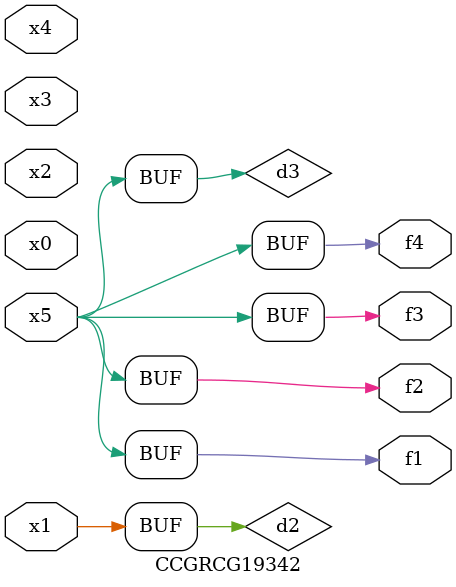
<source format=v>
module CCGRCG19342(
	input x0, x1, x2, x3, x4, x5,
	output f1, f2, f3, f4
);

	wire d1, d2, d3;

	not (d1, x5);
	or (d2, x1);
	xnor (d3, d1);
	assign f1 = d3;
	assign f2 = d3;
	assign f3 = d3;
	assign f4 = d3;
endmodule

</source>
